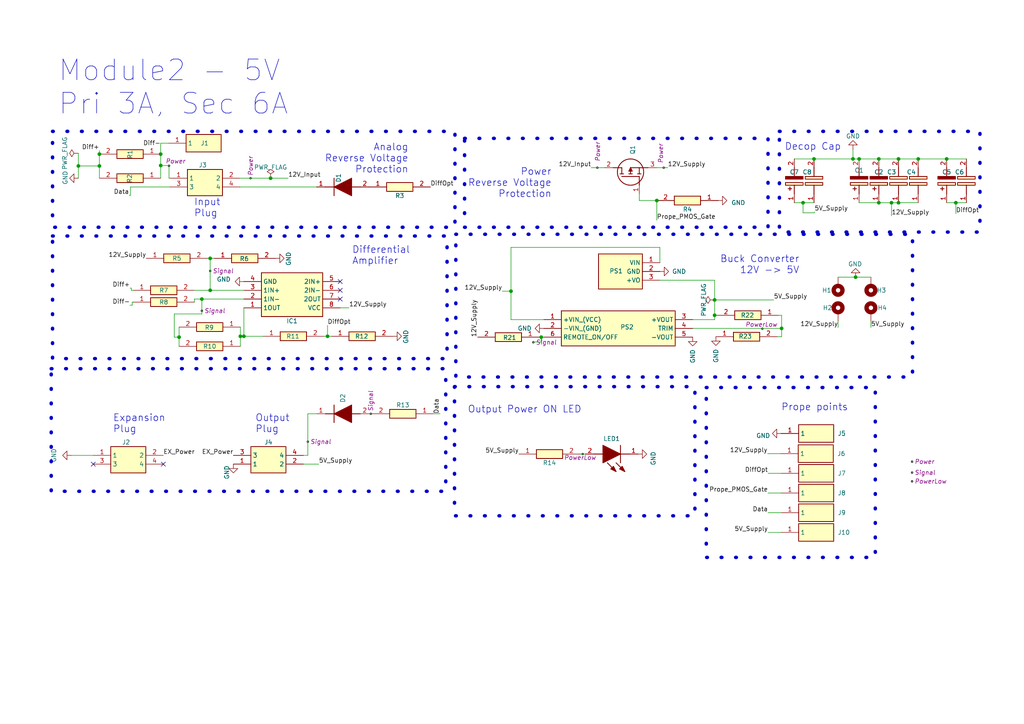
<source format=kicad_sch>
(kicad_sch (version 20230121) (generator eeschema)
  (paper "A4")
  (lib_symbols
    (symbol "515D225M100JA6AE3_1" (pin_names hide)
      (property "Reference" "C" (at 8.89 6.35 0))
      (property "Value" "515D225M100JA6AE3" (at 8.89 3.81 0))
      (symbol "515D225M100JA6AE3_1_1_1"
        (polyline (pts (xy 2.54 0) (xy 5.08 0)) (stroke (width 0.254)))
        (polyline (pts (xy 7.62 0) (xy 10.16 0)) (stroke (width 0.254)))
        (polyline (pts (xy 7.62 2.54) (xy 7.62 -2.54) (xy 6.858 -2.54) (xy 6.858 2.54) (xy 7.62 2.54)) (stroke (width 0.254)) (fill (type background)))
        (rectangle (start 5.08 2.54) (end 5.842 -2.54) (stroke (width 0.254)) (fill (type background)))
        (pin passive line (at 0 0 0) (length 2.54) (name "+") (number "1"))
        (pin passive line (at 12.7 0 180) (length 2.54) (name "-") (number "2"))
      )
    )
    (symbol "Mechanical:MountingHole_Pad" (pin_numbers hide) (pin_names (offset 1.016) hide)
      (property "Reference" "H" (at 0 6.35 0))
      (property "Value" "MountingHole_Pad" (at 0 4.445 0))
      (symbol "MountingHole_Pad_0_1"
        (circle (center 0 1.27) (radius 1.27) (stroke (width 1.27)))
      )
      (symbol "MountingHole_Pad_1_1"
        (pin input line (at 0 -2.54 90) (length 2.54) (name "1") (number "1"))
      )
    )
    (symbol "SamacSys_Parts0:293-10K-RC" (pin_names hide)
      (property "Reference" "R" (at 8.2 0.9 0))
      (property "Value" "293-10K-RC" (at 2.54 3.81 0))
      (symbol "293-10K-RC_1_1"
        (rectangle (start 5.08 1.27) (end 12.7 -1.27) (stroke (width 0.254)) (fill (type background)))
        (pin passive line (at 0 0 0) (length 5.08) (name "1") (number "1"))
        (pin passive line (at 17.78 0 180) (length 5.08) (name "2") (number "2"))
      )
    )
    (symbol "SamacSys_Parts0:RSAWW51R0" (pin_names hide)
      (property "Reference" "R" (at 13.97 6.35 0))
      (property "Value" "RSAWW51R0" (at 13.97 3.81 0))
      (symbol "RSAWW51R0_1_1"
        (rectangle (start 5.08 1.27) (end 12.7 -1.27) (stroke (width 0.254)) (fill (type background)))
        (pin passive line (at 0 0 0) (length 5.08) (name "1") (number "1"))
        (pin passive line (at 17.78 0 180) (length 5.08) (name "2") (number "2"))
      )
    )
    (symbol "SamacSys_Parts1:1.5KE22CAHE3_A_C" (pin_names hide)
      (property "Reference" "D" (at 11.43 5.08 0))
      (property "Value" "1.5KE22CAHE3_A_C" (at 11.43 2.54 0))
      (symbol "1.5KE22CAHE3_A_C_1_1"
        (polyline (pts (xy 2.54 0) (xy 5.08 0)) (stroke (width 0.254)))
        (polyline (pts (xy 5.08 2.54) (xy 5.08 -2.54)) (stroke (width 0.254)))
        (polyline (pts (xy 10.16 0) (xy 12.7 0)) (stroke (width 0.254)))
        (polyline (pts (xy 5.08 0) (xy 10.16 2.54) (xy 10.16 -2.54) (xy 5.08 0)) (stroke (width 0.254)) (fill (type outline)))
        (pin passive line (at 0 0 0) (length 2.54) (name "K") (number "1"))
        (pin passive line (at 15.24 0 180) (length 2.54) (name "A") (number "2"))
      )
    )
    (symbol "SamacSys_Parts1:228-5045" (pin_names hide)
      (property "Reference" "LED" (at 12.7 8.89 0))
      (property "Value" "228-5045" (at 12.7 6.35 0))
      (symbol "228-5045_1_1"
        (polyline (pts (xy 2.54 0) (xy 5.08 0)) (stroke (width 0.254)))
        (polyline (pts (xy 5.08 2.54) (xy 5.08 -2.54)) (stroke (width 0.254)))
        (polyline (pts (xy 6.35 2.54) (xy 3.81 5.08)) (stroke (width 0.254)))
        (polyline (pts (xy 8.89 2.54) (xy 6.35 5.08)) (stroke (width 0.254)))
        (polyline (pts (xy 10.16 0) (xy 12.7 0)) (stroke (width 0.254)))
        (polyline (pts (xy 5.08 0) (xy 10.16 2.54) (xy 10.16 -2.54) (xy 5.08 0)) (stroke (width 0.254)) (fill (type outline)))
        (polyline (pts (xy 5.334 4.318) (xy 4.572 3.556) (xy 3.81 5.08) (xy 5.334 4.318)) (stroke (width 0.254)) (fill (type outline)))
        (polyline (pts (xy 7.874 4.318) (xy 7.112 3.556) (xy 6.35 5.08) (xy 7.874 4.318)) (stroke (width 0.254)) (fill (type outline)))
        (pin passive line (at 0 0 0) (length 2.54) (name "K") (number "1"))
        (pin passive line (at 15.24 0 180) (length 2.54) (name "A") (number "2"))
      )
    )
    (symbol "SamacSys_Parts1:39-30-1040"
      (property "Reference" "J" (at 16.51 7.62 0))
      (property "Value" "39-30-1040" (at 16.51 5.08 0))
      (symbol "39-30-1040_1_1"
        (rectangle (start 5.08 2.54) (end 15.24 -5.08) (stroke (width 0.254)) (fill (type background)))
        (pin passive line (at 20.32 -2.54 180) (length 5.08) (name "1") (number "1"))
        (pin passive line (at 0 -2.54 0) (length 5.08) (name "2") (number "2"))
        (pin passive line (at 20.32 0 180) (length 5.08) (name "3") (number "3"))
        (pin passive line (at 0 0 0) (length 5.08) (name "4") (number "4"))
      )
    )
    (symbol "SamacSys_Parts1:515D225M100JA6AE3" (pin_names hide)
      (property "Reference" "C" (at 8.89 6.35 0))
      (property "Value" "515D225M100JA6AE3" (at 8.89 3.81 0))
      (symbol "515D225M100JA6AE3_1_1"
        (polyline (pts (xy 2.54 0) (xy 5.08 0)) (stroke (width 0.254)))
        (polyline (pts (xy 7.62 0) (xy 10.16 0)) (stroke (width 0.254)))
        (polyline (pts (xy 7.62 2.54) (xy 7.62 -2.54) (xy 6.858 -2.54) (xy 6.858 2.54) (xy 7.62 2.54)) (stroke (width 0.254)) (fill (type background)))
        (rectangle (start 5.08 2.54) (end 5.842 -2.54) (stroke (width 0.254)) (fill (type background)))
        (pin passive line (at 0 0 0) (length 2.54) (name "+") (number "1"))
        (pin passive line (at 12.7 0 180) (length 2.54) (name "-") (number "2"))
      )
    )
    (symbol "SamacSys_Parts1:87224-1"
      (property "Reference" "J" (at 16.51 7.62 0))
      (property "Value" "87224-1" (at 16.51 5.08 0))
      (symbol "87224-1_1_1"
        (rectangle (start 5.08 2.54) (end 15.24 -2.54) (stroke (width 0.254)) (fill (type background)))
        (pin passive line (at 0 0 0) (length 5.08) (name "1") (number "1"))
      )
    )
    (symbol "SamacSys_Parts1:IRF4905PBF" (pin_names hide)
      (property "Reference" "Q" (at 11.43 3.81 0))
      (property "Value" "IRF4905PBF" (at 11.43 1.27 0))
      (symbol "IRF4905PBF_1_1"
        (polyline (pts (xy 2.54 0) (xy 5.08 0)) (stroke (width 0.254)))
        (polyline (pts (xy 5.08 5.08) (xy 5.08 0)) (stroke (width 0.254)))
        (polyline (pts (xy 5.842 -0.508) (xy 5.842 0.508)) (stroke (width 0.254)))
        (polyline (pts (xy 5.842 0) (xy 7.62 0)) (stroke (width 0.254)))
        (polyline (pts (xy 5.842 2.032) (xy 5.842 3.048)) (stroke (width 0.254)))
        (polyline (pts (xy 5.842 5.588) (xy 5.842 4.572)) (stroke (width 0.254)))
        (polyline (pts (xy 7.62 2.54) (xy 5.842 2.54)) (stroke (width 0.254)))
        (polyline (pts (xy 7.62 2.54) (xy 7.62 -2.54)) (stroke (width 0.254)))
        (polyline (pts (xy 7.62 5.08) (xy 5.842 5.08)) (stroke (width 0.254)))
        (polyline (pts (xy 7.62 5.08) (xy 7.62 7.62)) (stroke (width 0.254)))
        (polyline (pts (xy 7.62 2.54) (xy 6.604 3.048) (xy 6.604 2.032) (xy 7.62 2.54)) (stroke (width 0.254)) (fill (type outline)))
        (circle (center 6.35 2.54) (radius 3.81) (stroke (width 0.254)))
        (pin passive line (at 0 0 0) (length 2.54) (name "G") (number "1"))
        (pin passive line (at 7.62 10.16 270) (length 2.54) (name "D") (number "2"))
        (pin passive line (at 7.62 -5.08 90) (length 2.54) (name "S") (number "3"))
      )
    )
    (symbol "SamacSys_Parts1:K78XXM-1000R3"
      (property "Reference" "PS" (at 19.05 7.62 0))
      (property "Value" "K78XXM-1000R3" (at 19.05 5.08 0))
      (symbol "K78XXM-1000R3_1_1"
        (rectangle (start 5.08 2.54) (end 17.78 -7.62) (stroke (width 0.254)) (fill (type background)))
        (pin passive line (at 0 0 0) (length 5.08) (name "VIN") (number "1"))
        (pin passive line (at 0 -2.54 0) (length 5.08) (name "GND") (number "2"))
        (pin passive line (at 0 -5.08 0) (length 5.08) (name "+VO") (number "3"))
      )
    )
    (symbol "SamacSys_Parts1:LM293P"
      (property "Reference" "IC" (at 24.13 7.62 0))
      (property "Value" "LM293P" (at 24.13 5.08 0))
      (symbol "LM293P_1_1"
        (rectangle (start 5.08 2.54) (end 22.86 -10.16) (stroke (width 0.254)) (fill (type background)))
        (pin passive line (at 0 0 0) (length 5.08) (name "1OUT") (number "1"))
        (pin passive line (at 0 -2.54 0) (length 5.08) (name "1IN-") (number "2"))
        (pin passive line (at 0 -5.08 0) (length 5.08) (name "1IN+") (number "3"))
        (pin passive line (at 0 -7.62 0) (length 5.08) (name "GND") (number "4"))
        (pin passive line (at 27.94 -7.62 180) (length 5.08) (name "2IN+") (number "5"))
        (pin passive line (at 27.94 -5.08 180) (length 5.08) (name "2IN-") (number "6"))
        (pin passive line (at 27.94 -2.54 180) (length 5.08) (name "2OUT") (number "7"))
        (pin passive line (at 27.94 0 180) (length 5.08) (name "VCC") (number "8"))
      )
    )
    (symbol "SamacSys_Parts1:MAL214250102E3" (pin_names hide)
      (property "Reference" "C" (at 8.89 6.35 0))
      (property "Value" "MAL214250102E3" (at 8.89 3.81 0))
      (symbol "MAL214250102E3_1_1"
        (polyline (pts (xy 2.54 0) (xy 5.08 0)) (stroke (width 0.254)))
        (polyline (pts (xy 4.064 1.778) (xy 4.064 0.762)) (stroke (width 0.254)))
        (polyline (pts (xy 4.572 1.27) (xy 3.556 1.27)) (stroke (width 0.254)))
        (polyline (pts (xy 7.62 0) (xy 10.16 0)) (stroke (width 0.254)))
        (polyline (pts (xy 7.62 2.54) (xy 7.62 -2.54) (xy 6.858 -2.54) (xy 6.858 2.54) (xy 7.62 2.54)) (stroke (width 0.254)) (fill (type outline)))
        (rectangle (start 5.08 2.54) (end 5.842 -2.54) (stroke (width 0.254)) (fill (type background)))
        (pin passive line (at 0 0 0) (length 2.54) (name "+") (number "1"))
        (pin passive line (at 12.7 0 180) (length 2.54) (name "-") (number "2"))
      )
    )
    (symbol "SamacSys_Parts1:THL_25-2411WI"
      (property "Reference" "PS" (at 39.37 7.62 0))
      (property "Value" "THL_25-2411WI" (at 39.37 5.08 0))
      (symbol "THL_25-2411WI_1_1"
        (rectangle (start 5.08 2.54) (end 38.1 -7.62) (stroke (width 0.254)) (fill (type background)))
        (pin passive line (at 43.18 0 180) (length 5.08) (name "+VIN_(VCC)") (number "1"))
        (pin passive line (at 43.18 -2.54 180) (length 5.08) (name "-VIN_(GND)") (number "2"))
        (pin passive line (at 0 0 0) (length 5.08) (name "+VOUT") (number "3"))
        (pin passive line (at 0 -2.54 0) (length 5.08) (name "TRIM") (number "4"))
        (pin passive line (at 0 -5.08 0) (length 5.08) (name "-VOUT") (number "5"))
        (pin passive line (at 43.18 -5.08 180) (length 5.08) (name "REMOTE_ON/OFF") (number "6"))
      )
    )
    (symbol "power:GND" (power) (pin_names (offset 0))
      (property "Value" "GND" (at 0 -3.81 0))
      (symbol "GND_0_1"
        (polyline (pts (xy 0 0) (xy 0 -1.27) (xy 1.27 -1.27) (xy 0 -2.54) (xy -1.27 -1.27) (xy 0 -1.27)))
      )
      (symbol "GND_1_1"
        (pin power_in line (at 0 0 270) (length 0) hide (name "GND") (number "1"))
      )
    )
    (symbol "power:PWR_FLAG" (power) (pin_numbers hide) (pin_names (offset 0) hide)
      (property "Value" "PWR_FLAG" (at 0 3.81 0))
      (symbol "PWR_FLAG_0_0"
        (pin power_out line (at 0 0 90) (length 0) (name "pwr") (number "1"))
      )
      (symbol "PWR_FLAG_0_1"
        (polyline (pts (xy 0 0) (xy 0 1.27) (xy -1.016 1.905) (xy 0 2.54) (xy 1.016 1.905) (xy 0 1.27)))
      )
    )
  )
  (junction (at 69.723 97.536))
  (junction (at 277.241 58.801))
  (junction (at 28.829 44.704))
  (junction (at 46.609 44.704))
  (junction (at 232.918 58.801))
  (junction (at 260.604 46.101))
  (junction (at 254.889 58.801))
  (junction (at 46.609 48.006))
  (junction (at 94.996 97.536))
  (junction (at 148.209 84.455))
  (junction (at 60.96 74.93))
  (junction (at 247.396 46.101))
  (junction (at 274.574 46.101))
  (junction (at 236.093 46.101))
  (junction (at 60.96 84.201))
  (junction (at 190.5 58.166))
  (junction (at 156.972 97.79))
  (junction (at 249.174 46.101))
  (junction (at 248.158 80.391))
  (junction (at 78.486 51.689))
  (junction (at 70.739 97.536))
  (junction (at 260.604 58.801))
  (junction (at 226.695 95.25))
  (junction (at 207.264 91.44))
  (junction (at 258.572 58.801))
  (junction (at 254.889 46.101))
  (junction (at 51.943 97.79))
  (junction (at 22.733 48.133))
  (junction (at 58.547 86.741))
  (junction (at 28.829 48.133))
  (junction (at 266.319 46.101))
  (junction (at 207.264 86.995))
  (no_connect (at 27.051 134.62))
  (no_connect (at 98.679 81.661))
  (no_connect (at 98.679 84.201))
  (no_connect (at 98.679 86.741))
  (no_connect (at 47.371 134.62))
  (wire (pts (xy 93.98 97.536) (xy 94.996 97.536)))
  (wire (pts (xy 28.829 43.688) (xy 28.829 44.704)))
  (wire (pts (xy 266.319 58.801) (xy 260.604 58.801)))
  (wire (pts (xy 88.011 134.62) (xy 92.456 134.62)))
  (wire (pts (xy 247.396 43.307) (xy 247.396 46.101)))
  (wire (pts (xy 69.723 97.536) (xy 70.739 97.536)))
  (wire (pts (xy 148.209 71.755) (xy 191.389 71.755)))
  (wire (pts (xy 222.758 154.432) (xy 226.568 154.432)))
  (wire (pts (xy 38.354 88.519) (xy 38.354 87.63)))
  (wire (pts (xy 226.695 91.44) (xy 225.806 91.44)))
  (wire (pts (xy 50.546 91.059) (xy 58.547 91.059)))
  (wire (pts (xy 70.739 89.281) (xy 70.739 97.536)))
  (wire (pts (xy 22.733 44.45) (xy 22.733 48.133)))
  (wire (pts (xy 154.686 99.187) (xy 156.972 99.187)))
  (wire (pts (xy 38.1 83.566) (xy 38.1 84.201)))
  (wire (pts (xy 127.635 120.015) (xy 125.73 120.015)))
  (wire (pts (xy 89.281 120.015) (xy 89.281 132.08)))
  (wire (pts (xy 258.572 58.801) (xy 254.889 58.801)))
  (wire (pts (xy 249.174 46.101) (xy 249.174 46.609)))
  (wire (pts (xy 230.378 58.801) (xy 232.918 58.801)))
  (wire (pts (xy 224.409 86.995) (xy 207.264 86.995)))
  (wire (pts (xy 274.574 46.101) (xy 280.289 46.101)))
  (wire (pts (xy 254.889 58.801) (xy 249.174 58.801)))
  (wire (pts (xy 58.547 91.059) (xy 58.547 86.741)))
  (wire (pts (xy 156.972 97.79) (xy 157.734 97.79)))
  (wire (pts (xy 46.609 41.529) (xy 46.609 44.704)))
  (wire (pts (xy 46.609 44.704) (xy 46.609 48.006)))
  (wire (pts (xy 51.943 97.79) (xy 51.943 100.457)))
  (wire (pts (xy 168.275 131.699) (xy 169.799 131.699)))
  (wire (pts (xy 260.604 58.801) (xy 258.572 58.801)))
  (wire (pts (xy 156.972 99.187) (xy 156.972 97.79)))
  (wire (pts (xy 248.158 80.391) (xy 243.078 80.391)))
  (wire (pts (xy 51.943 94.869) (xy 51.943 97.79)))
  (wire (pts (xy 69.723 97.536) (xy 69.723 100.457)))
  (wire (pts (xy 156.337 97.79) (xy 156.972 97.79)))
  (wire (pts (xy 107.061 120.015) (xy 107.95 120.015)))
  (wire (pts (xy 22.733 48.133) (xy 28.829 48.133)))
  (wire (pts (xy 60.198 74.93) (xy 60.96 74.93)))
  (wire (pts (xy 46.609 48.006) (xy 49.022 48.006)))
  (wire (pts (xy 60.96 84.201) (xy 70.739 84.201)))
  (wire (pts (xy 207.264 86.995) (xy 207.264 81.28)))
  (wire (pts (xy 37.846 56.642) (xy 37.846 54.229)))
  (wire (pts (xy 266.319 46.101) (xy 274.574 46.101)))
  (wire (pts (xy 226.695 97.663) (xy 225.425 97.663)))
  (wire (pts (xy 236.22 61.722) (xy 232.918 61.722)))
  (wire (pts (xy 145.669 84.455) (xy 148.209 84.455)))
  (wire (pts (xy 22.733 48.133) (xy 22.733 51.689)))
  (wire (pts (xy 274.574 58.801) (xy 277.241 58.801)))
  (wire (pts (xy 254.889 46.101) (xy 260.604 46.101)))
  (wire (pts (xy 50.546 97.79) (xy 50.546 91.059)))
  (wire (pts (xy 94.996 97.536) (xy 94.996 94.361)))
  (wire (pts (xy 89.281 132.08) (xy 88.011 132.08)))
  (wire (pts (xy 175.26 48.641) (xy 171.45 48.641)))
  (wire (pts (xy 252.603 94.996) (xy 252.603 93.091)))
  (wire (pts (xy 254.889 46.101) (xy 249.174 46.101)))
  (wire (pts (xy 56.388 87.63) (xy 56.388 86.741)))
  (wire (pts (xy 191.389 71.755) (xy 191.389 76.2)))
  (wire (pts (xy 185.42 56.261) (xy 185.42 58.166)))
  (wire (pts (xy 101.219 89.281) (xy 98.679 89.281)))
  (wire (pts (xy 28.829 48.133) (xy 28.829 51.689)))
  (wire (pts (xy 78.486 51.689) (xy 83.566 51.689)))
  (wire (pts (xy 49.022 51.689) (xy 49.276 51.689)))
  (wire (pts (xy 148.209 71.755) (xy 148.209 84.455)))
  (wire (pts (xy 76.2 97.536) (xy 70.739 97.536)))
  (wire (pts (xy 37.846 54.229) (xy 49.276 54.229)))
  (wire (pts (xy 51.943 97.79) (xy 50.546 97.79)))
  (wire (pts (xy 249.174 46.101) (xy 247.396 46.101)))
  (wire (pts (xy 193.675 48.641) (xy 190.5 48.641)))
  (wire (pts (xy 69.596 54.229) (xy 91.821 54.229)))
  (wire (pts (xy 207.264 86.995) (xy 207.264 91.44)))
  (wire (pts (xy 20.701 132.08) (xy 27.051 132.08)))
  (wire (pts (xy 232.918 58.801) (xy 236.093 58.801)))
  (wire (pts (xy 243.078 93.091) (xy 243.078 94.996)))
  (wire (pts (xy 200.914 92.71) (xy 207.264 92.71)))
  (wire (pts (xy 226.695 95.25) (xy 200.914 95.25)))
  (wire (pts (xy 222.758 148.717) (xy 226.568 148.717)))
  (wire (pts (xy 38.354 87.63) (xy 38.608 87.63)))
  (wire (pts (xy 260.604 46.101) (xy 266.319 46.101)))
  (wire (pts (xy 56.388 86.741) (xy 58.547 86.741)))
  (wire (pts (xy 277.241 58.801) (xy 277.241 61.976)))
  (wire (pts (xy 60.96 74.93) (xy 62.103 74.93)))
  (wire (pts (xy 148.209 92.71) (xy 157.734 92.71)))
  (wire (pts (xy 37.719 83.566) (xy 38.1 83.566)))
  (wire (pts (xy 207.264 81.28) (xy 191.389 81.28)))
  (wire (pts (xy 49.022 48.006) (xy 49.022 51.689)))
  (wire (pts (xy 277.241 58.801) (xy 280.289 58.801)))
  (wire (pts (xy 222.758 143.002) (xy 226.568 143.002)))
  (wire (pts (xy 190.5 63.881) (xy 190.5 58.166)))
  (wire (pts (xy 208.026 91.44) (xy 207.264 91.44)))
  (wire (pts (xy 89.281 120.015) (xy 91.821 120.015)))
  (wire (pts (xy 236.22 61.722) (xy 236.22 61.468)))
  (wire (pts (xy 185.42 58.166) (xy 190.5 58.166)))
  (wire (pts (xy 46.609 48.006) (xy 46.609 51.689)))
  (wire (pts (xy 148.209 84.455) (xy 148.209 92.71)))
  (wire (pts (xy 28.829 44.704) (xy 28.829 48.133)))
  (wire (pts (xy 252.603 80.391) (xy 248.158 80.391)))
  (wire (pts (xy 232.918 58.801) (xy 232.918 61.722)))
  (wire (pts (xy 58.547 86.741) (xy 70.739 86.741)))
  (wire (pts (xy 230.378 46.101) (xy 236.093 46.101)))
  (wire (pts (xy 236.093 46.101) (xy 247.396 46.101)))
  (wire (pts (xy 46.609 41.529) (xy 48.895 41.529)))
  (wire (pts (xy 226.695 95.25) (xy 226.695 97.663)))
  (wire (pts (xy 222.631 131.572) (xy 226.441 131.572)))
  (wire (pts (xy 207.264 91.44) (xy 207.264 92.71)))
  (wire (pts (xy 69.596 51.689) (xy 78.486 51.689)))
  (wire (pts (xy 38.1 84.201) (xy 38.608 84.201)))
  (wire (pts (xy 56.388 84.201) (xy 60.96 84.201)))
  (wire (pts (xy 258.572 62.611) (xy 258.572 58.801)))
  (wire (pts (xy 94.996 97.536) (xy 96.139 97.536)))
  (wire (pts (xy 226.695 91.44) (xy 226.695 95.25)))
  (wire (pts (xy 60.96 74.93) (xy 60.96 84.201)))
  (wire (pts (xy 37.465 56.642) (xy 37.846 56.642)))
  (wire (pts (xy 37.719 88.519) (xy 38.354 88.519)))
  (wire (pts (xy 69.723 94.869) (xy 69.723 97.536)))
  (wire (pts (xy 222.758 137.287) (xy 226.568 137.287)))
  (rectangle (start 14.859 106.934) (end 129.286 142.494) (stroke (width 1) (type dot)))
  (rectangle (start 204.851 112.395) (end 253.873 161.671) (stroke (width 1) (type dot)))
  (rectangle (start 226.06 38.1) (end 284.226 67.31) (stroke (width 1) (type dot)))
  (rectangle (start 134.747 40.132) (end 222.758 65.913) (stroke (width 1) (type dot)))
  (rectangle (start 15.24 68.453) (end 129.667 104.013) (stroke (width 1) (type dot)))
  (rectangle (start 131.826 112.141) (end 201.549 149.606) (stroke (width 1) (type dot)))
  (rectangle (start 15.24 38.1) (end 131.953 65.913) (stroke (width 1) (type dot)))
  (rectangle (start 132.207 67.945) (end 264.668 109.347) (stroke (width 1) (type dot)))
  (text "Decop Cap" (at 227.584 43.815 0) (effects (font (size 2 2)) (justify left bottom)))
  (text "Analog\nReverse Voltage\nProtection" (at 118.491 50.419 0) (effects (font (size 2 2)) (justify right bottom)))
  (text "Expansion\nPlug" (at 32.766 125.73 0) (effects (font (size 2 2)) (justify left bottom)))
  (text "Power\nReverse Voltage\nProtection" (at 160.02 57.531 0) (effects (font (size 2 2)) (justify right bottom)))
  (text "Input\nPlug" (at 56.261 63.119 0) (effects (font (size 2 2)) (justify left bottom)))
  (text "Output\nPlug" (at 74.041 125.73 0) (effects (font (size 2 2)) (justify left bottom)))
  (text "Differential\nAmplifier" (at 102.108 76.962 0) (effects (font (size 2 2)) (justify left bottom)))
  (text "Prope points" (at 226.568 119.38 0) (effects (font (size 2 2)) (justify left bottom)))
  (text "Module2 - 5V \nPri 3A, Sec 6A\n\n" (at 16.764 43.434 0) (effects (font (size 6 6)) (justify left bottom)))
  (text "Buck Converter\n12V -> 5V" (at 231.902 79.629 0) (effects (font (size 2 2)) (justify right bottom)))
  (text "Output Power ON LED" (at 135.636 120.015 0) (effects (font (size 2 2)) (justify left bottom)))
  (label "5V_Supply" (at 252.603 94.996 0))
  (label "12V_Supply" (at 138.557 97.79 90))
  (label "Diff-" (at 37.719 88.519 180))
  (label "Data" (at 127.635 120.015 90))
  (label "12V_Supply" (at 193.675 48.641 0))
  (label "EX_Power" (at 47.371 132.08 0))
  (label "DiffOpt" (at 124.841 54.229 0))
  (label "12V_Input" (at 83.566 51.689 0))
  (label "Prope_PMOS_Gate" (at 222.758 143.002 180))
  (label "12V_Supply" (at 222.631 131.572 180))
  (label "5V_Supply" (at 222.758 154.432 180))
  (label "DiffOpt" (at 277.241 61.976 0))
  (label "5V_Supply" (at 92.456 134.62 0))
  (label "5V_Supply" (at 236.22 61.468 0))
  (label "12V_Supply" (at 101.219 89.281 0))
  (label "Prope_PMOS_Gate" (at 190.5 63.881 0))
  (label "EX_Power" (at 67.691 132.08 180))
  (label "Diff+" (at 37.719 83.566 180))
  (label "5V_Supply" (at 224.409 86.995 0))
  (label "5V_Supply" (at 150.495 131.699 180))
  (label "Diff+" (at 28.829 43.688 180))
  (label "12V_Supply" (at 42.418 74.93 180))
  (label "Data" (at 37.465 56.642 180))
  (label "Diff-" (at 46.609 42.545 180))
  (label "Data" (at 222.758 148.717 180))
  (label "DiffOpt" (at 94.996 94.361 0))
  (label "12V_Supply" (at 243.078 94.996 180))
  (label "12V_Supply" (at 258.572 62.611 0))
  (label "12V_Input" (at 171.45 48.641 180))
  (label "DiffOpt" (at 222.758 137.287 180))
  (label "12V_Supply" (at 145.669 84.455 180))
  (netclass_flag "" (length 0.1) (shape dot) (at 89.281 128.016 180) (property "Netclass" "Signal" (at 89.9795 128.116 0) (effects (font italic) (justify left))))
  (netclass_flag "" (length 0.1) (shape dot) (at 72.771 51.689 90) (property "Power" "Power" (at 72.671 50.9905 90) (effects (font italic) (justify left))))
  (netclass_flag "" (length 0.1) (shape dot) (at 154.686 99.187 180) (property "Netclass" "Signal" (at 155.3845 99.287 0) (effects (font italic) (justify left))))
  (netclass_flag "" (length 0.1) (shape dot) (at 264.541 139.7 0) (property "Netclass" "PowerLow" (at 265.2395 139.6 0) (effects (font italic) (justify left))))
  (netclass_flag "" (length 0.1) (shape dot) (at 221.107 95.25 180) (property "Netclass" "PowerLow" (at 216.154 94.107 0) (effects (font italic) (justify left))))
  (netclass_flag "" (length 0.1) (shape dot) (at 173.355 48.641 90) (property "Power" "Power" (at 173.355 46.863 90) (effects (font italic) (justify left))))
  (netclass_flag "" (length 0.1) (shape dot) (at 58.547 90.043 180) (property "Netclass" "Signal" (at 59.2455 90.143 0) (effects (font italic) (justify left))))
  (netclass_flag "" (length 0.1) (shape dot) (at 107.442 120.015 270) (property "Netclass" "Signal" (at 107.542 119.3165 90) (effects (font italic) (justify left))))
  (netclass_flag "" (length 0.1) (shape dot) (at 60.96 78.486 180) (property "Netclass" "Signal" (at 61.6585 78.586 0) (effects (font italic) (justify left))))
  (netclass_flag "" (length 0.1) (shape dot) (at 49.022 48.006 180) (property "Power" "Power" (at 48.006 46.736 0) (effects (font italic) (justify left))))
  (netclass_flag "" (length 0.1) (shape dot) (at 192.405 48.641 270) (property "Power" "Power" (at 191.643 47.371 90) (effects (font italic) (justify left))))
  (netclass_flag "" (length 0.1) (shape dot) (at 168.91 131.699 270) (property "Netclass" "PowerLow" (at 163.576 132.715 0) (effects (font italic) (justify left))))
  (netclass_flag "" (length 0.1) (shape dot) (at 264.541 137.16 0) (property "Netclass" "Signal" (at 265.2395 137.06 0) (effects (font italic) (justify left))))
  (netclass_flag "" (length 0.1) (shape dot) (at 264.541 133.985 0) (property "Netclass" "Power" (at 265.2395 133.885 0) (effects (font italic) (justify left))))
  (symbol (lib_id "power:GND") (at 207.645 97.663 0) (mirror y) (unit 1)
    (property "Reference" "#PWR012" (effects hide))
    (property "Value" "GND" (at 207.645 105.283 90) (effects (justify left)))
  )
  (symbol (lib_id "SamacSys_Parts0:293-10K-RC") (at 69.723 94.869 180) (unit 1)
    (property "Reference" "R9" (at 60.706 94.996 0))
    (property "Value" "400K" (effects hide))
    (property "Footprint" "Costum:Resistor" (effects hide))
    (property "Datasheet" "https://componentsearchengine.com/Datasheets/1/293-10K-RC.pdf" (effects hide))
    (property "Manufacturer_Name" "Xicon" (effects hide))
    (property "Manufacturer_Part_Number" "293-10K-RC" (effects hide))
    (property "Mouser Part Number" "293-10K-RC" (effects hide))
    (property "Mouser Price/Stock" "https://www.mouser.com/Search/Refine.aspx?Keyword=293-10K-RC" (effects hide))
  )
  (symbol (lib_id "SamacSys_Parts0:293-10K-RC") (at 207.645 97.663 0) (unit 1)
    (property "Reference" "R23" (at 216.154 97.536 0))
    (property "Footprint" "Costum:Resistor" (effects hide))
    (property "Datasheet" "https://componentsearchengine.com/Datasheets/1/293-10K-RC.pdf" (effects hide))
    (property "Manufacturer_Name" "Xicon" (effects hide))
    (property "Manufacturer_Part_Number" "293-10K-RC" (effects hide))
    (property "Mouser Part Number" "293-10K-RC" (effects hide))
    (property "Mouser Price/Stock" "https://www.mouser.com/Search/Refine.aspx?Keyword=293-10K-RC" (effects hide))
  )
  (symbol (lib_id "SamacSys_Parts0:293-10K-RC") (at 69.723 100.457 180) (unit 1)
    (property "Reference" "R10" (at 60.833 100.457 0))
    (property "Value" "400K" (effects hide))
    (property "Footprint" "Costum:Resistor" (effects hide))
    (property "Datasheet" "https://componentsearchengine.com/Datasheets/1/293-10K-RC.pdf" (effects hide))
    (property "Manufacturer_Name" "Xicon" (effects hide))
    (property "Manufacturer_Part_Number" "293-10K-RC" (effects hide))
    (property "Mouser Part Number" "293-10K-RC" (effects hide))
    (property "Mouser Price/Stock" "https://www.mouser.com/Search/Refine.aspx?Keyword=293-10K-RC" (effects hide))
  )
  (symbol (lib_id "SamacSys_Parts0:293-10K-RC") (at 208.28 58.166 180) (unit 1)
    (property "Reference" "R4" (at 199.39 60.706 0))
    (property "Value" "10K" (effects hide))
    (property "Footprint" "Costum:Resistor" (effects hide))
    (property "Datasheet" "https://componentsearchengine.com/Datasheets/1/293-10K-RC.pdf" (effects hide))
    (property "Manufacturer_Name" "Xicon" (effects hide))
    (property "Manufacturer_Part_Number" "293-10K-RC" (effects hide))
    (property "Mouser Part Number" "293-10K-RC" (effects hide))
    (property "Mouser Price/Stock" "https://www.mouser.com/Search/Refine.aspx?Keyword=293-10K-RC" (effects hide))
  )
  (symbol (lib_id "power:GND") (at 208.28 58.166 90) (mirror x) (unit 1)
    (property "Reference" "#PWR013" (effects hide))
    (property "Value" "GND" (at 212.09 58.801 90) (effects (justify right)))
  )
  (symbol (lib_id "SamacSys_Parts1:515D225M100JA6AE3") (at 260.604 58.801 90) (unit 1)
    (property "Reference" "C3" (at 259.969 49.911 90) (effects (justify left)))
    (property "Value" "515D225M100JA6AE3" (effects hide))
    (property "Footprint" "CAPPRD200W50D500H1100" (effects hide))
    (property "Datasheet" "https://www.mouser.co.uk/datasheet/2/427/515d-2888807.pdf" (effects hide))
    (property "Height" "11" (effects hide))
    (property "Manufacturer_Name" "Vishay" (effects hide))
    (property "Manufacturer_Part_Number" "515D225M100JA6AE3" (effects hide))
    (property "Mouser Part Number" "75-515D225M100JA6AE3" (effects hide))
    (property "Mouser Price/Stock" "https://www.mouser.co.uk/ProductDetail/Vishay-Sprague/515D225M100JA6AE3/?qs=HDhZcL5REib4kdCuo%252BiXNQ%3D%3D" (effects hide))
  )
  (symbol (lib_id "power:GND") (at 20.701 132.08 270) (unit 1)
    (property "Reference" "#PWR01" (effects hide))
    (property "Value" "GND" (at 15.621 132.08 0))
  )
  (symbol (lib_id "power:GND") (at 22.733 51.689 270) (unit 1)
    (property "Reference" "#PWR02" (effects hide))
    (property "Value" "GND" (at 18.923 53.594 0) (effects (justify right)))
  )
  (symbol (lib_id "SamacSys_Parts0:293-10K-RC") (at 150.495 131.699 0) (mirror x) (unit 1)
    (property "Reference" "R14" (at 159.385 134.239 0))
    (property "Value" "150" (effects hide))
    (property "Footprint" "Costum:Resistor" (effects hide))
    (property "Datasheet" "https://componentsearchengine.com/Datasheets/1/293-10K-RC.pdf" (effects hide))
    (property "Manufacturer_Name" "Xicon" (effects hide))
    (property "Manufacturer_Part_Number" "293-10K-RC" (effects hide))
    (property "Mouser Part Number" "293-10K-RC" (effects hide))
    (property "Mouser Price/Stock" "https://www.mouser.com/Search/Refine.aspx?Keyword=293-10K-RC" (effects hide))
  )
  (symbol (lib_id "SamacSys_Parts1:MAL214250102E3") (at 230.378 58.801 90) (unit 1)
    (property "Reference" "C7" (at 230.378 49.911 90))
    (property "Value" "MAL214250102E3" (effects hide))
    (property "Footprint" "CAPPRD500W60D1300H2200" (effects hide))
    (property "Datasheet" "http://www.vishay.com/docs/28402/142rhs.pdf" (effects hide))
    (property "Height" "22" (effects hide))
    (property "Manufacturer_Name" "Vishay" (effects hide))
    (property "Manufacturer_Part_Number" "MAL214250102E3" (effects hide))
    (property "Mouser Part Number" "594-MAL214250102E3" (effects hide))
    (property "Mouser Price/Stock" "https://www.mouser.co.uk/ProductDetail/Vishay-BC-Components/MAL214250102E3?qs=Ep9Lwju7gVqa96MJyysbLw%3D%3D" (effects hide))
  )
  (symbol (lib_id "SamacSys_Parts1:39-30-1040") (at 69.596 54.229 180) (unit 1)
    (property "Reference" "J3" (at 58.801 47.879 0))
    (property "Value" "39-30-1040" (effects hide))
    (property "Footprint" "39-30-104Y" (effects hide))
    (property "Datasheet" "https://www.molex.com/pdm_docs/sd/039300020_sd.pdf" (effects hide))
    (property "Height" "10" (effects hide))
    (property "Manufacturer_Name" "Molex" (effects hide))
    (property "Manufacturer_Part_Number" "39-30-1040" (effects hide))
    (property "Mouser Part Number" "538-39-30-1040" (effects hide))
    (property "Mouser Price/Stock" "https://www.mouser.co.uk/ProductDetail/Molex/39-30-1040?qs=tRPrwvvr%2FugKtPXHFlZTbg%3D%3D" (effects hide))
  )
  (symbol (lib_id "power:GND") (at 157.734 95.25 270) (mirror x) (unit 1)
    (property "Reference" "#PWR08" (effects hide))
    (property "Value" "GND" (at 150.114 95.25 90) (effects (justify left)))
  )
  (symbol (lib_id "SamacSys_Parts1:87224-1") (at 48.895 41.529 0) (unit 1)
    (property "Reference" "J1" (at 58.166 41.529 0) (effects (justify left)))
    (property "Value" "87224-1" (effects hide))
    (property "Footprint" "HDRV1W66P0X254_1X1_213X254X1074P" (effects hide))
    (property "Datasheet" "https://www.te.com/commerce/DocumentDelivery/DDEController?Action=srchrtrv&DocNm=87224&DocType=Customer+Drawing&DocLang=English" (effects hide))
    (property "Height" "10.744" (effects hide))
    (property "Manufacturer_Name" "TE Connectivity" (effects hide))
    (property "Manufacturer_Part_Number" "87224-1" (effects hide))
    (property "Mouser Part Number" "571-872241" (effects hide))
    (property "Mouser Price/Stock" "https://www.mouser.co.uk/ProductDetail/TE-Connectivity/87224-1?qs=uJX40y%252BSWqgHHhtbHlovpg%3D%3D" (effects hide))
    (property "Arrow Part Number" "87224-1" (effects hide))
    (property "Arrow Price/Stock" "https://www.arrow.com/en/products/87224-1/te-connectivity?region=nac" (effects hide))
  )
  (symbol (lib_id "SamacSys_Parts1:39-30-1040") (at 47.371 134.62 180) (unit 1)
    (property "Reference" "J2" (at 36.576 128.27 0))
    (property "Value" "39-30-1040" (effects hide))
    (property "Footprint" "39-30-104Y" (effects hide))
    (property "Datasheet" "https://www.molex.com/pdm_docs/sd/039300020_sd.pdf" (effects hide))
    (property "Height" "10" (effects hide))
    (property "Manufacturer_Name" "Molex" (effects hide))
    (property "Manufacturer_Part_Number" "39-30-1040" (effects hide))
    (property "Mouser Part Number" "538-39-30-1040" (effects hide))
    (property "Mouser Price/Stock" "https://www.mouser.co.uk/ProductDetail/Molex/39-30-1040?qs=tRPrwvvr%2FugKtPXHFlZTbg%3D%3D" (effects hide))
  )
  (symbol (lib_id "power:PWR_FLAG") (at 78.486 51.689 0) (mirror y) (unit 1)
    (property "Reference" "#FLG02" (effects hide))
    (property "Value" "PWR_FLAG" (at 78.486 48.514 0))
  )
  (symbol (lib_id "SamacSys_Parts1:515D225M100JA6AE3") (at 236.093 58.801 90) (unit 1)
    (property "Reference" "C8" (at 235.458 49.911 90) (effects (justify left)))
    (property "Value" "515D225M100JA6AE3" (effects hide))
    (property "Footprint" "CAPPRD200W50D500H1100" (effects hide))
    (property "Datasheet" "https://www.mouser.co.uk/datasheet/2/427/515d-2888807.pdf" (effects hide))
    (property "Height" "11" (effects hide))
    (property "Manufacturer_Name" "Vishay" (effects hide))
    (property "Manufacturer_Part_Number" "515D225M100JA6AE3" (effects hide))
    (property "Mouser Part Number" "75-515D225M100JA6AE3" (effects hide))
    (property "Mouser Price/Stock" "https://www.mouser.co.uk/ProductDetail/Vishay-Sprague/515D225M100JA6AE3/?qs=HDhZcL5REib4kdCuo%252BiXNQ%3D%3D" (effects hide))
  )
  (symbol (lib_id "SamacSys_Parts1:MAL214250102E3") (at 254.889 58.801 90) (unit 1)
    (property "Reference" "C2" (at 254.889 49.911 90))
    (property "Value" "MAL214250102E3" (effects hide))
    (property "Footprint" "CAPPRD500W60D1300H2200" (effects hide))
    (property "Datasheet" "http://www.vishay.com/docs/28402/142rhs.pdf" (effects hide))
    (property "Height" "22" (effects hide))
    (property "Manufacturer_Name" "Vishay" (effects hide))
    (property "Manufacturer_Part_Number" "MAL214250102E3" (effects hide))
    (property "Mouser Part Number" "594-MAL214250102E3" (effects hide))
    (property "Mouser Price/Stock" "https://www.mouser.co.uk/ProductDetail/Vishay-BC-Components/MAL214250102E3?qs=Ep9Lwju7gVqa96MJyysbLw%3D%3D" (effects hide))
  )
  (symbol (lib_id "power:GND") (at 248.158 80.391 180) (unit 1)
    (property "Reference" "#PWR015" (effects hide))
    (property "Value" "GND" (at 250.063 76.581 0) (effects (justify left)))
  )
  (symbol (lib_id "SamacSys_Parts0:RSAWW51R0") (at 46.609 44.704 180) (unit 1)
    (property "Reference" "R1" (at 37.719 43.434 90) (effects (justify left)))
    (property "Value" "RSAWW51R0" (effects hide))
    (property "Footprint" "Costum:Power Resistor" (effects hide))
    (property "Datasheet" "https://docs.rs-online.com/7bf7/0900766b815fbbe1.pdf" (effects hide))
    (property "Manufacturer_Name" "RS Components" (effects hide))
    (property "Manufacturer_Part_Number" "RSAWW51R0" (effects hide))
  )
  (symbol (lib_id "SamacSys_Parts1:K78XXM-1000R3") (at 191.389 76.2 0) (mirror y) (unit 1)
    (property "Reference" "PS1" (at 178.689 78.613 0))
    (property "Value" "K78XXM-1000R3" (effects hide))
    (property "Footprint" "K78XXM1000R3" (effects hide))
    (property "Datasheet" "https://docs.rs-online.com/dc16/A700000006631882.pdf" (effects hide))
    (property "Height" "10.9" (effects hide))
    (property "Manufacturer_Name" "RS Components" (effects hide))
    (property "Manufacturer_Part_Number" "K78XXM-1000R3" (effects hide))
  )
  (symbol (lib_name "515D225M100JA6AE3_1") (lib_id "SamacSys_Parts1:515D225M100JA6AE3") (at 280.289 58.801 90) (unit 1)
    (property "Reference" "C6" (at 279.654 49.911 90) (effects (justify left)))
    (property "Value" "515D225M100JA6AE3" (effects hide))
    (property "Footprint" "CAPPRD200W50D500H1100" (effects hide))
    (property "Datasheet" "https://www.mouser.co.uk/datasheet/2/427/515d-2888807.pdf" (effects hide))
    (property "Height" "11" (effects hide))
    (property "Manufacturer_Name" "Vishay" (effects hide))
    (property "Manufacturer_Part_Number" "515D225M100JA6AE3" (effects hide))
    (property "Mouser Part Number" "75-515D225M100JA6AE3" (effects hide))
    (property "Mouser Price/Stock" "https://www.mouser.co.uk/ProductDetail/Vishay-Sprague/515D225M100JA6AE3/?qs=HDhZcL5REib4kdCuo%252BiXNQ%3D%3D" (effects hide))
  )
  (symbol (lib_id "SamacSys_Parts1:THL_25-2411WI") (at 200.914 92.71 0) (mirror y) (unit 1)
    (property "Reference" "PS2" (at 181.864 94.869 0))
    (property "Value" "THL_25-2411WI" (effects hide))
    (property "Footprint" "THL254812WI" (effects hide))
    (property "Datasheet" "https://tracopower.com/thl25wi-datasheet/" (effects hide))
    (property "Height" "10.66" (effects hide))
    (property "Manufacturer_Name" "Traco Power" (effects hide))
    (property "Manufacturer_Part_Number" "THL 25-2411WI" (effects hide))
    (property "Mouser Part Number" "495-THL25-2411WI" (effects hide))
    (property "Mouser Price/Stock" "https://www.mouser.co.uk/ProductDetail/TRACO-Power/THL-25-2411WI?qs=7DKAAOw6jriyOrPfj23cCg%3D%3D" (effects hide))
  )
  (symbol (lib_id "SamacSys_Parts0:293-10K-RC") (at 96.139 97.536 0) (mirror x) (unit 1)
    (property "Reference" "R12" (at 104.902 97.536 0))
    (property "Value" "20K" (effects hide))
    (property "Footprint" "Costum:Resistor" (effects hide))
    (property "Datasheet" "https://componentsearchengine.com/Datasheets/1/293-10K-RC.pdf" (effects hide))
    (property "Manufacturer_Name" "Xicon" (effects hide))
    (property "Manufacturer_Part_Number" "293-10K-RC" (effects hide))
    (property "Mouser Part Number" "293-10K-RC" (effects hide))
    (property "Mouser Price/Stock" "https://www.mouser.com/Search/Refine.aspx?Keyword=293-10K-RC" (effects hide))
  )
  (symbol (lib_id "SamacSys_Parts1:87224-1") (at 226.441 131.572 0) (unit 1)
    (property "Reference" "J6" (at 242.824 131.572 0) (effects (justify left)))
    (property "Value" "87224-1" (effects hide))
    (property "Footprint" "HDRV1W66P0X254_1X1_213X254X1074P" (effects hide))
    (property "Datasheet" "https://www.te.com/commerce/DocumentDelivery/DDEController?Action=srchrtrv&DocNm=87224&DocType=Customer+Drawing&DocLang=English" (effects hide))
    (property "Height" "10.744" (effects hide))
    (property "Manufacturer_Name" "TE Connectivity" (effects hide))
    (property "Manufacturer_Part_Number" "87224-1" (effects hide))
    (property "Mouser Part Number" "571-872241" (effects hide))
    (property "Mouser Price/Stock" "https://www.mouser.co.uk/ProductDetail/TE-Connectivity/87224-1?qs=uJX40y%252BSWqgHHhtbHlovpg%3D%3D" (effects hide))
    (property "Arrow Part Number" "87224-1" (effects hide))
    (property "Arrow Price/Stock" "https://www.arrow.com/en/products/87224-1/te-connectivity?region=nac" (effects hide))
  )
  (symbol (lib_id "SamacSys_Parts0:293-10K-RC") (at 225.806 91.44 180) (unit 1)
    (property "Reference" "R22" (at 216.789 91.44 0))
    (property "Footprint" "Costum:Resistor" (effects hide))
    (property "Datasheet" "https://componentsearchengine.com/Datasheets/1/293-10K-RC.pdf" (effects hide))
    (property "Manufacturer_Name" "Xicon" (effects hide))
    (property "Manufacturer_Part_Number" "293-10K-RC" (effects hide))
    (property "Mouser Part Number" "293-10K-RC" (effects hide))
    (property "Mouser Price/Stock" "https://www.mouser.com/Search/Refine.aspx?Keyword=293-10K-RC" (effects hide))
  )
  (symbol (lib_id "SamacSys_Parts0:293-10K-RC") (at 107.061 54.229 0) (mirror x) (unit 1)
    (property "Reference" "R3" (at 115.951 56.769 0))
    (property "Value" "1K" (effects hide))
    (property "Footprint" "Costum:Resistor" (effects hide))
    (property "Datasheet" "https://componentsearchengine.com/Datasheets/1/293-10K-RC.pdf" (effects hide))
    (property "Manufacturer_Name" "Xicon" (effects hide))
    (property "Manufacturer_Part_Number" "293-10K-RC" (effects hide))
    (property "Mouser Part Number" "293-10K-RC" (effects hide))
    (property "Mouser Price/Stock" "https://www.mouser.com/Search/Refine.aspx?Keyword=293-10K-RC" (effects hide))
  )
  (symbol (lib_id "power:GND") (at 113.919 97.536 90) (unit 1)
    (property "Reference" "#PWR06" (effects hide))
    (property "Value" "GND" (at 117.729 95.631 0) (effects (justify right)))
  )
  (symbol (lib_id "SamacSys_Parts0:293-10K-RC") (at 125.73 120.015 0) (mirror y) (unit 1)
    (property "Reference" "R13" (at 116.84 117.475 0))
    (property "Value" "1K" (effects hide))
    (property "Footprint" "Costum:Resistor" (effects hide))
    (property "Datasheet" "https://componentsearchengine.com/Datasheets/1/293-10K-RC.pdf" (effects hide))
    (property "Manufacturer_Name" "Xicon" (effects hide))
    (property "Manufacturer_Part_Number" "293-10K-RC" (effects hide))
    (property "Mouser Part Number" "293-10K-RC" (effects hide))
    (property "Mouser Price/Stock" "https://www.mouser.com/Search/Refine.aspx?Keyword=293-10K-RC" (effects hide))
  )
  (symbol (lib_id "SamacSys_Parts0:293-10K-RC") (at 76.2 97.536 0) (mirror x) (unit 1)
    (property "Reference" "R11" (at 84.963 97.536 0))
    (property "Value" "100K" (effects hide))
    (property "Footprint" "Costum:Resistor" (effects hide))
    (property "Datasheet" "https://componentsearchengine.com/Datasheets/1/293-10K-RC.pdf" (effects hide))
    (property "Manufacturer_Name" "Xicon" (effects hide))
    (property "Manufacturer_Part_Number" "293-10K-RC" (effects hide))
    (property "Mouser Part Number" "293-10K-RC" (effects hide))
    (property "Mouser Price/Stock" "https://www.mouser.com/Search/Refine.aspx?Keyword=293-10K-RC" (effects hide))
  )
  (symbol (lib_id "SamacSys_Parts1:1.5KE22CAHE3_A_C") (at 91.821 120.015 0) (unit 1)
    (property "Reference" "D2" (at 99.441 116.84 90) (effects (justify left)))
    (property "Value" "1.5KE22CAHE3_A_C" (effects hide))
    (property "Footprint" "DIOAD2855W107L835D505" (effects hide))
    (property "Datasheet" "https://componentsearchengine.com/Datasheets/1/1.5KE22CAHE3_A_C.pdf" (effects hide))
    (property "Manufacturer_Name" "Vishay" (effects hide))
    (property "Manufacturer_Part_Number" "1.5KE22CAHE3_A/C" (effects hide))
    (property "Mouser Part Number" "78-1.5KE22CAHE3_A/C" (effects hide))
    (property "Mouser Price/Stock" "https://www.mouser.co.uk/ProductDetail/Vishay-General-Semiconductor/15KE22CAHE3_A-C/?qs=l%2FgYmo23PNMvQd2DWN8brQ%3D%3D" (effects hide))
    (property "Arrow Part Number" "1.5KE22CAHE3_A/C" (effects hide))
    (property "Arrow Price/Stock" "https://www.arrow.com/en/products/1.5ke22cahe3-ac/vishay" (effects hide))
  )
  (symbol (lib_id "SamacSys_Parts1:MAL214250102E3") (at 274.574 58.801 90) (unit 1)
    (property "Reference" "C5" (at 274.574 49.911 90))
    (property "Value" "MAL214250102E3" (effects hide))
    (property "Footprint" "CAPPRD500W60D1300H2200" (effects hide))
    (property "Datasheet" "http://www.vishay.com/docs/28402/142rhs.pdf" (effects hide))
    (property "Height" "22" (effects hide))
    (property "Manufacturer_Name" "Vishay" (effects hide))
    (property "Manufacturer_Part_Number" "MAL214250102E3" (effects hide))
    (property "Mouser Part Number" "594-MAL214250102E3" (effects hide))
    (property "Mouser Price/Stock" "https://www.mouser.co.uk/ProductDetail/Vishay-BC-Components/MAL214250102E3?qs=Ep9Lwju7gVqa96MJyysbLw%3D%3D" (effects hide))
  )
  (symbol (lib_id "power:PWR_FLAG") (at 22.733 44.45 90) (mirror x) (unit 1)
    (property "Reference" "#FLG01" (effects hide))
    (property "Value" "PWR_FLAG" (at 18.796 44.45 0))
  )
  (symbol (lib_id "Mechanical:MountingHole_Pad") (at 243.078 90.551 0) (mirror y) (unit 1)
    (property "Reference" "H2" (at 238.633 89.281 0) (effects (justify right)))
    (property "Value" "MountingHole_Pad" (effects hide))
    (property "Footprint" "MountingHole:MountingHole_2.2mm_M2_ISO7380_Pad_TopBottom" (effects hide))
  )
  (symbol (lib_id "Mechanical:MountingHole_Pad") (at 252.603 90.551 0) (unit 1)
    (property "Reference" "H4" (at 254.508 89.281 0) (effects (justify left)))
    (property "Value" "MountingHole_Pad" (effects hide))
    (property "Footprint" "MountingHole:MountingHole_2.2mm_M2_ISO7380_Pad_TopBottom" (effects hide))
  )
  (symbol (lib_id "SamacSys_Parts0:293-10K-RC") (at 62.103 74.93 0) (unit 1)
    (property "Reference" "R6" (at 70.866 75.057 0))
    (property "Value" "400K" (effects hide))
    (property "Footprint" "Costum:Resistor" (effects hide))
    (property "Datasheet" "https://componentsearchengine.com/Datasheets/1/293-10K-RC.pdf" (effects hide))
    (property "Manufacturer_Name" "Xicon" (effects hide))
    (property "Manufacturer_Part_Number" "293-10K-RC" (effects hide))
    (property "Mouser Part Number" "293-10K-RC" (effects hide))
    (property "Mouser Price/Stock" "https://www.mouser.com/Search/Refine.aspx?Keyword=293-10K-RC" (effects hide))
  )
  (symbol (lib_id "SamacSys_Parts1:515D225M100JA6AE3") (at 266.319 58.801 90) (unit 1)
    (property "Reference" "C4" (at 265.684 49.911 90) (effects (justify left)))
    (property "Value" "515D225M100JA6AE3" (effects hide))
    (property "Footprint" "CAPPRD200W50D500H1100" (effects hide))
    (property "Datasheet" "https://www.mouser.co.uk/datasheet/2/427/515d-2888807.pdf" (effects hide))
    (property "Height" "11" (effects hide))
    (property "Manufacturer_Name" "Vishay" (effects hide))
    (property "Manufacturer_Part_Number" "515D225M100JA6AE3" (effects hide))
    (property "Mouser Part Number" "75-515D225M100JA6AE3" (effects hide))
    (property "Mouser Price/Stock" "https://www.mouser.co.uk/ProductDetail/Vishay-Sprague/515D225M100JA6AE3/?qs=HDhZcL5REib4kdCuo%252BiXNQ%3D%3D" (effects hide))
  )
  (symbol (lib_id "power:PWR_FLAG") (at 207.264 86.995 90) (unit 1)
    (property "Reference" "#FLG03" (effects hide))
    (property "Value" "PWR_FLAG" (at 204.089 86.995 0))
  )
  (symbol (lib_id "SamacSys_Parts1:87224-1") (at 226.568 148.717 0) (unit 1)
    (property "Reference" "J9" (at 242.951 148.717 0) (effects (justify left)))
    (property "Value" "87224-1" (effects hide))
    (property "Footprint" "HDRV1W66P0X254_1X1_213X254X1074P" (effects hide))
    (property "Datasheet" "https://www.te.com/commerce/DocumentDelivery/DDEController?Action=srchrtrv&DocNm=87224&DocType=Customer+Drawing&DocLang=English" (effects hide))
    (property "Height" "10.744" (effects hide))
    (property "Manufacturer_Name" "TE Connectivity" (effects hide))
    (property "Manufacturer_Part_Number" "87224-1" (effects hide))
    (property "Mouser Part Number" "571-872241" (effects hide))
    (property "Mouser Price/Stock" "https://www.mouser.co.uk/ProductDetail/TE-Connectivity/87224-1?qs=uJX40y%252BSWqgHHhtbHlovpg%3D%3D" (effects hide))
    (property "Arrow Part Number" "87224-1" (effects hide))
    (property "Arrow Price/Stock" "https://www.arrow.com/en/products/87224-1/te-connectivity?region=nac" (effects hide))
  )
  (symbol (lib_id "SamacSys_Parts1:87224-1") (at 226.568 137.287 0) (unit 1)
    (property "Reference" "J7" (at 242.951 137.287 0) (effects (justify left)))
    (property "Value" "87224-1" (effects hide))
    (property "Footprint" "HDRV1W66P0X254_1X1_213X254X1074P" (effects hide))
    (property "Datasheet" "https://www.te.com/commerce/DocumentDelivery/DDEController?Action=srchrtrv&DocNm=87224&DocType=Customer+Drawing&DocLang=English" (effects hide))
    (property "Height" "10.744" (effects hide))
    (property "Manufacturer_Name" "TE Connectivity" (effects hide))
    (property "Manufacturer_Part_Number" "87224-1" (effects hide))
    (property "Mouser Part Number" "571-872241" (effects hide))
    (property "Mouser Price/Stock" "https://www.mouser.co.uk/ProductDetail/TE-Connectivity/87224-1?qs=uJX40y%252BSWqgHHhtbHlovpg%3D%3D" (effects hide))
    (property "Arrow Part Number" "87224-1" (effects hide))
    (property "Arrow Price/Stock" "https://www.arrow.com/en/products/87224-1/te-connectivity?region=nac" (effects hide))
  )
  (symbol (lib_id "SamacSys_Parts1:IRF4905PBF") (at 185.42 56.261 90) (unit 1)
    (property "Reference" "Q1" (at 183.515 44.831 0) (effects (justify left)))
    (property "Value" "IRF4905PBF" (effects hide))
    (property "Footprint" "TO254P469X1042X1967-3P" (effects hide))
    (property "Datasheet" "https://datasheet.datasheetarchive.com/originals/distributors/Datasheets_SAMA/e52aa5f51fe2980ce3912b85b4d53dd4.pdf" (effects hide))
    (property "Height" "4.69" (effects hide))
    (property "Manufacturer_Name" "Infineon" (effects hide))
    (property "Manufacturer_Part_Number" "IRF4905PBF" (effects hide))
    (property "Mouser Part Number" "942-IRF4905PBF" (effects hide))
    (property "Mouser Price/Stock" "https://www.mouser.co.uk/ProductDetail/Infineon-Technologies/IRF4905PBF?qs=9%252BKlkBgLFf39l0HsWdxvdw%3D%3D" (effects hide))
    (property "Arrow Part Number" "IRF4905PBF" (effects hide))
    (property "Arrow Price/Stock" "https://www.arrow.com/en/products/irf4905pbf/cypress-semiconductor?region=europe" (effects hide))
  )
  (symbol (lib_id "SamacSys_Parts1:87224-1") (at 226.568 154.432 0) (unit 1)
    (property "Reference" "J10" (at 242.951 154.432 0) (effects (justify left)))
    (property "Value" "87224-1" (effects hide))
    (property "Footprint" "HDRV1W66P0X254_1X1_213X254X1074P" (effects hide))
    (property "Datasheet" "https://www.te.com/commerce/DocumentDelivery/DDEController?Action=srchrtrv&DocNm=87224&DocType=Customer+Drawing&DocLang=English" (effects hide))
    (property "Height" "10.744" (effects hide))
    (property "Manufacturer_Name" "TE Connectivity" (effects hide))
    (property "Manufacturer_Part_Number" "87224-1" (effects hide))
    (property "Mouser Part Number" "571-872241" (effects hide))
    (property "Mouser Price/Stock" "https://www.mouser.co.uk/ProductDetail/TE-Connectivity/87224-1?qs=uJX40y%252BSWqgHHhtbHlovpg%3D%3D" (effects hide))
    (property "Arrow Part Number" "87224-1" (effects hide))
    (property "Arrow Price/Stock" "https://www.arrow.com/en/products/87224-1/te-connectivity?region=nac" (effects hide))
  )
  (symbol (lib_id "SamacSys_Parts0:293-10K-RC") (at 38.608 84.201 0) (unit 1)
    (property "Reference" "R7" (at 47.498 84.201 0))
    (property "Value" "10K" (effects hide))
    (property "Footprint" "Costum:Resistor" (effects hide))
    (property "Datasheet" "https://componentsearchengine.com/Datasheets/1/293-10K-RC.pdf" (effects hide))
    (property "Manufacturer_Name" "Xicon" (effects hide))
    (property "Manufacturer_Part_Number" "293-10K-RC" (effects hide))
    (property "Mouser Part Number" "293-10K-RC" (effects hide))
    (property "Mouser Price/Stock" "https://www.mouser.com/Search/Refine.aspx?Keyword=293-10K-RC" (effects hide))
  )
  (symbol (lib_id "SamacSys_Parts0:293-10K-RC") (at 38.608 87.63 0) (unit 1)
    (property "Reference" "R8" (at 47.498 87.63 0))
    (property "Value" "10K" (effects hide))
    (property "Footprint" "Costum:Resistor" (effects hide))
    (property "Datasheet" "https://componentsearchengine.com/Datasheets/1/293-10K-RC.pdf" (effects hide))
    (property "Manufacturer_Name" "Xicon" (effects hide))
    (property "Manufacturer_Part_Number" "293-10K-RC" (effects hide))
    (property "Mouser Part Number" "293-10K-RC" (effects hide))
    (property "Mouser Price/Stock" "https://www.mouser.com/Search/Refine.aspx?Keyword=293-10K-RC" (effects hide))
  )
  (symbol (lib_id "power:GND") (at 247.396 43.307 0) (mirror x) (unit 1)
    (property "Reference" "#PWR016" (effects hide))
    (property "Value" "GND" (at 247.396 39.497 0))
  )
  (symbol (lib_id "Mechanical:MountingHole_Pad") (at 252.603 82.931 180) (unit 1)
    (property "Reference" "H3" (at 257.048 84.201 0) (effects (justify left)))
    (property "Value" "MountingHole_Pad" (effects hide))
    (property "Footprint" "MountingHole:MountingHole_2.2mm_M2_ISO7380_Pad_TopBottom" (effects hide))
  )
  (symbol (lib_id "SamacSys_Parts0:293-10K-RC") (at 156.337 97.79 180) (unit 1)
    (property "Reference" "R21" (at 147.828 97.917 0))
    (property "Value" "20K" (effects hide))
    (property "Footprint" "Costum:Resistor" (effects hide))
    (property "Datasheet" "https://componentsearchengine.com/Datasheets/1/293-10K-RC.pdf" (effects hide))
    (property "Manufacturer_Name" "Xicon" (effects hide))
    (property "Manufacturer_Part_Number" "293-10K-RC" (effects hide))
    (property "Mouser Part Number" "293-10K-RC" (effects hide))
    (property "Mouser Price/Stock" "https://www.mouser.com/Search/Refine.aspx?Keyword=293-10K-RC" (effects hide))
  )
  (symbol (lib_id "SamacSys_Parts1:LM293P") (at 70.739 89.281 0) (mirror x) (unit 1)
    (property "Reference" "IC1" (at 84.709 93.091 0))
    (property "Value" "LM293P" (effects hide))
    (property "Footprint" "DIP794W53P254L959H508Q8N" (effects hide))
    (property "Datasheet" "http://www.ti.com/lit/ds/symlink/lm293.pdf" (effects hide))
    (property "Height" "5.08" (effects hide))
    (property "Manufacturer_Name" "Texas Instruments" (effects hide))
    (property "Manufacturer_Part_Number" "LM293P" (effects hide))
    (property "Mouser Part Number" "595-LM293P" (effects hide))
    (property "Mouser Price/Stock" "https://www.mouser.co.uk/ProductDetail/Texas-Instruments/LM293P?qs=Zu35EjizYSRLCWQhsKnKtg%3D%3D" (effects hide))
    (property "Arrow Part Number" "LM293P" (effects hide))
    (property "Arrow Price/Stock" "https://www.arrow.com/en/products/lm293p/texas-instruments" (effects hide))
  )
  (symbol (lib_id "power:GND") (at 70.739 81.661 270) (mirror x) (unit 1)
    (property "Reference" "#PWR04" (effects hide))
    (property "Value" "GND" (at 66.929 81.026 90) (effects (justify right)))
  )
  (symbol (lib_id "SamacSys_Parts0:RSAWW51R0") (at 46.609 51.689 180) (unit 1)
    (property "Reference" "R2" (at 37.592 50.419 90) (effects (justify left)))
    (property "Value" "RSAWW51R0" (effects hide))
    (property "Footprint" "Costum:Power Resistor" (effects hide))
    (property "Datasheet" "https://docs.rs-online.com/7bf7/0900766b815fbbe1.pdf" (effects hide))
    (property "Manufacturer_Name" "RS Components" (effects hide))
    (property "Manufacturer_Part_Number" "RSAWW51R0" (effects hide))
  )
  (symbol (lib_id "power:GND") (at 185.039 131.699 90) (unit 1)
    (property "Reference" "#PWR09" (effects hide))
    (property "Value" "GND" (at 189.484 132.969 0))
  )
  (symbol (lib_id "SamacSys_Parts1:MAL214250102E3") (at 249.174 58.801 90) (unit 1)
    (property "Reference" "C1" (at 249.174 49.403 90))
    (property "Value" "MAL214250102E3" (effects hide))
    (property "Footprint" "CAPPRD500W60D1300H2200" (effects hide))
    (property "Datasheet" "http://www.vishay.com/docs/28402/142rhs.pdf" (effects hide))
    (property "Height" "22" (effects hide))
    (property "Manufacturer_Name" "Vishay" (effects hide))
    (property "Manufacturer_Part_Number" "MAL214250102E3" (effects hide))
    (property "Mouser Part Number" "594-MAL214250102E3" (effects hide))
    (property "Mouser Price/Stock" "https://www.mouser.co.uk/ProductDetail/Vishay-BC-Components/MAL214250102E3?qs=Ep9Lwju7gVqa96MJyysbLw%3D%3D" (effects hide))
  )
  (symbol (lib_id "power:GND") (at 200.914 97.79 0) (mirror y) (unit 1)
    (property "Reference" "#PWR011" (effects hide))
    (property "Value" "GND" (at 200.914 105.41 90) (effects (justify left)))
  )
  (symbol (lib_id "power:GND") (at 79.883 74.93 90) (unit 1)
    (property "Reference" "#PWR05" (effects hide))
    (property "Value" "GND" (at 83.693 73.025 0) (effects (justify right)))
  )
  (symbol (lib_id "SamacSys_Parts0:293-10K-RC") (at 42.418 74.93 0) (unit 1)
    (property "Reference" "R5" (at 51.308 74.93 0))
    (property "Value" "400K" (effects hide))
    (property "Footprint" "Costum:Resistor" (effects hide))
    (property "Datasheet" "https://componentsearchengine.com/Datasheets/1/293-10K-RC.pdf" (effects hide))
    (property "Manufacturer_Name" "Xicon" (effects hide))
    (property "Manufacturer_Part_Number" "293-10K-RC" (effects hide))
    (property "Mouser Part Number" "293-10K-RC" (effects hide))
    (property "Mouser Price/Stock" "https://www.mouser.com/Search/Refine.aspx?Keyword=293-10K-RC" (effects hide))
  )
  (symbol (lib_id "power:GND") (at 226.568 125.73 270) (unit 1)
    (property "Reference" "#PWR014" (effects hide))
    (property "Value" "GND" (at 223.393 126.365 90) (effects (justify right)))
  )
  (symbol (lib_id "power:GND") (at 67.691 134.62 0) (unit 1)
    (property "Reference" "#PWR03" (effects hide))
    (property "Value" "GND" (at 65.786 139.065 90) (effects (justify left)))
  )
  (symbol (lib_id "SamacSys_Parts1:87224-1") (at 226.568 143.002 0) (unit 1)
    (property "Reference" "J8" (at 242.951 143.002 0) (effects (justify left)))
    (property "Value" "87224-1" (effects hide))
    (property "Footprint" "HDRV1W66P0X254_1X1_213X254X1074P" (effects hide))
    (property "Datasheet" "https://www.te.com/commerce/DocumentDelivery/DDEController?Action=srchrtrv&DocNm=87224&DocType=Customer+Drawing&DocLang=English" (effects hide))
    (property "Height" "10.744" (effects hide))
    (property "Manufacturer_Name" "TE Connectivity" (effects hide))
    (property "Manufacturer_Part_Number" "87224-1" (effects hide))
    (property "Mouser Part Number" "571-872241" (effects hide))
    (property "Mouser Price/Stock" "https://www.mouser.co.uk/ProductDetail/TE-Connectivity/87224-1?qs=uJX40y%252BSWqgHHhtbHlovpg%3D%3D" (effects hide))
    (property "Arrow Part Number" "87224-1" (effects hide))
    (property "Arrow Price/Stock" "https://www.arrow.com/en/products/87224-1/te-connectivity?region=nac" (effects hide))
  )
  (symbol (lib_id "SamacSys_Parts1:87224-1") (at 226.568 125.73 0) (unit 1)
    (property "Reference" "J5" (at 242.951 125.73 0) (effects (justify left)))
    (property "Value" "87224-1" (effects hide))
    (property "Footprint" "HDRV1W66P0X254_1X1_213X254X1074P" (effects hide))
    (property "Datasheet" "https://www.te.com/commerce/DocumentDelivery/DDEController?Action=srchrtrv&DocNm=87224&DocType=Customer+Drawing&DocLang=English" (effects hide))
    (property "Height" "10.744" (effects hide))
    (property "Manufacturer_Name" "TE Connectivity" (effects hide))
    (property "Manufacturer_Part_Number" "87224-1" (effects hide))
    (property "Mouser Part Number" "571-872241" (effects hide))
    (property "Mouser Price/Stock" "https://www.mouser.co.uk/ProductDetail/TE-Connectivity/87224-1?qs=uJX40y%252BSWqgHHhtbHlovpg%3D%3D" (effects hide))
    (property "Arrow Part Number" "87224-1" (effects hide))
    (property "Arrow Price/Stock" "https://www.arrow.com/en/products/87224-1/te-connectivity?region=nac" (effects hide))
  )
  (symbol (lib_id "SamacSys_Parts1:39-30-1040") (at 88.011 132.08 0) (mirror y) (unit 1)
    (property "Reference" "J4" (at 77.851 128.27 0))
    (property "Value" "39-30-1040" (effects hide))
    (property "Footprint" "39-30-104Y" (effects hide))
    (property "Datasheet" "https://www.molex.com/pdm_docs/sd/039300020_sd.pdf" (effects hide))
    (property "Height" "10" (effects hide))
    (property "Manufacturer_Name" "Molex" (effects hide))
    (property "Manufacturer_Part_Number" "39-30-1040" (effects hide))
    (property "Mouser Part Number" "538-39-30-1040" (effects hide))
    (property "Mouser Price/Stock" "https://www.mouser.co.uk/ProductDetail/Molex/39-30-1040?qs=tRPrwvvr%2FugKtPXHFlZTbg%3D%3D" (effects hide))
  )
  (symbol (lib_id "Mechanical:MountingHole_Pad") (at 243.078 82.931 180) (unit 1)
    (property "Reference" "H1" (at 241.173 84.201 0) (effects (justify left)))
    (property "Value" "MountingHole_Pad" (effects hide))
    (property "Footprint" "MountingHole:MountingHole_2.2mm_M2_ISO7380_Pad_TopBottom" (effects hide))
  )
  (symbol (lib_id "SamacSys_Parts1:228-5045") (at 185.039 131.699 180) (unit 1)
    (property "Reference" "LED1" (at 177.419 127.254 0))
    (property "Value" "228-5045" (effects hide))
    (property "Footprint" "2285045" (effects hide))
    (property "Height" "8.95" (effects hide))
    (property "Manufacturer_Name" "RS Components" (effects hide))
    (property "Manufacturer_Part_Number" "228-5045" (effects hide))
  )
  (symbol (lib_id "power:GND") (at 191.389 78.74 90) (mirror x) (unit 1)
    (property "Reference" "#PWR010" (effects hide))
    (property "Value" "GND" (at 199.009 78.74 90) (effects (justify left)))
  )
  (symbol (lib_id "SamacSys_Parts1:1.5KE22CAHE3_A_C") (at 91.821 54.229 0) (unit 1)
    (property "Reference" "D1" (at 98.171 52.959 90) (effects (justify left)))
    (property "Value" "1.5KE22CAHE3_A_C" (effects hide))
    (property "Footprint" "DIOAD2855W107L835D505" (effects hide))
    (property "Datasheet" "https://componentsearchengine.com/Datasheets/1/1.5KE22CAHE3_A_C.pdf" (effects hide))
    (property "Manufacturer_Name" "Vishay" (effects hide))
    (property "Manufacturer_Part_Number" "1.5KE22CAHE3_A/C" (effects hide))
    (property "Mouser Part Number" "78-1.5KE22CAHE3_A/C" (effects hide))
    (property "Mouser Price/Stock" "https://www.mouser.co.uk/ProductDetail/Vishay-General-Semiconductor/15KE22CAHE3_A-C/?qs=l%2FgYmo23PNMvQd2DWN8brQ%3D%3D" (effects hide))
    (property "Arrow Part Number" "1.5KE22CAHE3_A/C" (effects hide))
    (property "Arrow Price/Stock" "https://www.arrow.com/en/products/1.5ke22cahe3-ac/vishay" (effects hide))
  )
)
</source>
